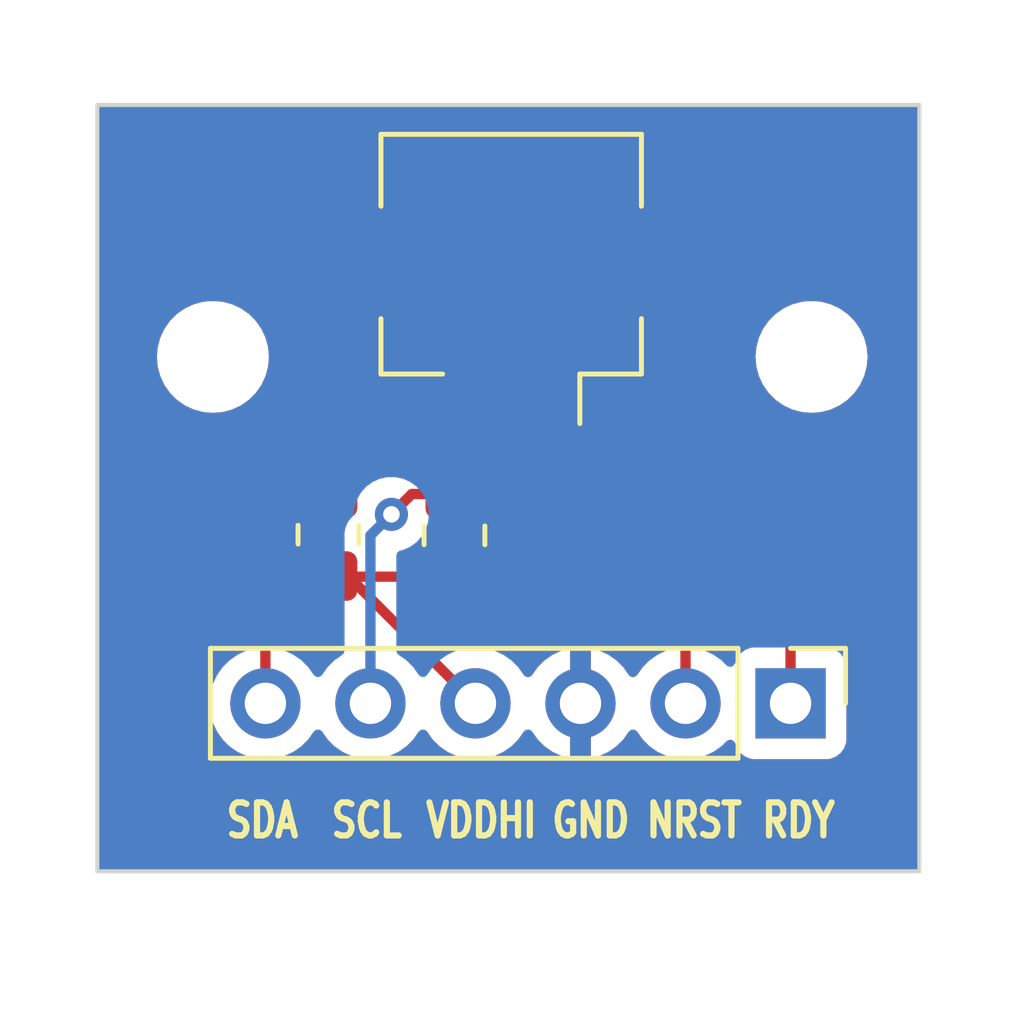
<source format=kicad_pcb>
(kicad_pcb (version 20221018) (generator pcbnew)
  (layers (0 "F.Cu" signal) (31 "B.Cu" signal) (34 "B.Paste" user) (35 "F.Paste" user) (36 "B.SilkS" user "B.Silkscreen") (37 "F.SilkS" user "F.Silkscreen") (38 "B.Mask" user) (39 "F.Mask" user) (44 "Edge.Cuts" user))
  (net 0 "")
  (net 1 "RDY")
  (net 2 "NRST")
  (net 3 "GND")
  (net 4 "VDDHI")
  (net 5 "SCL")
  (net 6 "SDA")
  (footprint "Connector_PinHeader_2.54mm:PinHeader_1x06_P2.54mm_Vertical" (layer "F.Cu") (at 138.684 71.882 -90)
    (fp_text reference "J2" hide)
    (fp_text value "Conn_01x06_Socket")
    (fp_line (start -1.33 -1.33) (end 0 -1.33) (stroke (width 0.12)) (layer "F.SilkS"))
    (fp_line (start -1.33 0) (end -1.33 -1.33) (stroke (width 0.12)) (layer "F.SilkS"))
    (fp_line (start -1.33 1.27) (end -1.33 14.03) (stroke (width 0.12)) (layer "F.SilkS"))
    (fp_line (start -1.33 1.27) (end 1.33 1.27) (stroke (width 0.12)) (layer "F.SilkS"))
    (fp_line (start -1.33 14.03) (end 1.33 14.03) (stroke (width 0.12)) (layer "F.SilkS"))
    (fp_line (start 1.33 1.27) (end 1.33 14.03) (stroke (width 0.12)) (layer "F.SilkS"))
    (pad "1" thru_hole rect (at 0 0 270) (size 1.7 1.7) (drill 1) (layers "*.Cu" "*.Mask") (net 1 "RDY"))
    (pad "2" thru_hole oval (at 0 2.54 270) (size 1.7 1.7) (drill 1) (layers "*.Cu" "*.Mask") (net 2 "NRST"))
    (pad "3" thru_hole oval (at 0 5.08 270) (size 1.7 1.7) (drill 1) (layers "*.Cu" "*.Mask") (net 3 "GND"))
    (pad "4" thru_hole oval (at 0 7.62 270) (size 1.7 1.7) (drill 1) (layers "*.Cu" "*.Mask") (net 4 "VDDHI"))
    (pad "5" thru_hole oval (at 0 10.16 270) (size 1.7 1.7) (drill 1) (layers "*.Cu" "*.Mask") (net 5 "SCL"))
    (pad "6" thru_hole oval (at 0 12.7 270) (size 1.7 1.7) (drill 1) (layers "*.Cu" "*.Mask") (net 6 "SDA"))
  )
  (footprint "MountingHole:MountingHole_2.2mm_M2" (layer "F.Cu") (at 124.714 63.5)
    (fp_text reference "H2" hide)
    (fp_text value "MountingHole")
    (pad "" np_thru_hole circle (at 0 0) (size 2.2 2.2) (drill 2.2) (layers "*.Cu" "*.Mask"))
  )
  (footprint "Connector_FFC-FPC:Hirose_FH12-6S-0.5SH_1x06-1MP_P0.50mm_Horizontal" (layer "F.Cu") (at 131.928 62.614 180)
    (fp_text reference "J1" hide)
    (fp_text value "Conn_01x06_Pin")
    (fp_line (start -3.15 -1.3) (end -3.15 0.04) (stroke (width 0.12)) (layer "F.SilkS"))
    (fp_line (start -3.15 2.76) (end -3.15 4.5) (stroke (width 0.12)) (layer "F.SilkS"))
    (fp_line (start -3.15 4.5) (end 3.15 4.5) (stroke (width 0.12)) (layer "F.SilkS"))
    (fp_line (start -1.66 -1.3) (end -3.15 -1.3) (stroke (width 0.12)) (layer "F.SilkS"))
    (fp_line (start -1.66 -1.3) (end -1.66 -2.5) (stroke (width 0.12)) (layer "F.SilkS"))
    (fp_line (start 1.66 -1.3) (end 3.15 -1.3) (stroke (width 0.12)) (layer "F.SilkS"))
    (fp_line (start 3.15 -1.3) (end 3.15 0.04) (stroke (width 0.12)) (layer "F.SilkS"))
    (fp_line (start 3.15 4.5) (end 3.15 2.76) (stroke (width 0.12)) (layer "F.SilkS"))
    (pad "1" smd rect (at -1.25 -1.85 180) (size 0.3 1.3) (layers "F.Cu" "F.Paste" "F.Mask") (net 1 "RDY"))
    (pad "2" smd rect (at -0.75 -1.85 180) (size 0.3 1.3) (layers "F.Cu" "F.Paste" "F.Mask") (net 2 "NRST"))
    (pad "3" smd rect (at -0.25 -1.85 180) (size 0.3 1.3) (layers "F.Cu" "F.Paste" "F.Mask") (net 3 "GND"))
    (pad "4" smd rect (at 0.25 -1.85 180) (size 0.3 1.3) (layers "F.Cu" "F.Paste" "F.Mask") (net 4 "VDDHI"))
    (pad "5" smd rect (at 0.75 -1.85 180) (size 0.3 1.3) (layers "F.Cu" "F.Paste" "F.Mask") (net 5 "SCL"))
    (pad "6" smd rect (at 1.25 -1.85 180) (size 0.3 1.3) (layers "F.Cu" "F.Paste" "F.Mask") (net 6 "SDA"))
    (pad "MP" smd rect (at -3.15 1.4 180) (size 1.8 2.2) (layers "F.Cu" "F.Paste" "F.Mask"))
    (pad "MP" smd rect (at 3.15 1.4 180) (size 1.8 2.2) (layers "F.Cu" "F.Paste" "F.Mask"))
  )
  (footprint "MountingHole:MountingHole_2.2mm_M2" (layer "F.Cu") (at 139.192 63.5)
    (fp_text reference "H1" hide)
    (fp_text value "MountingHole")
    (pad "" np_thru_hole circle (at 0 0) (size 2.2 2.2) (drill 2.2) (layers "*.Cu" "*.Mask"))
  )
  (footprint "Resistor_SMD:R_0805_2012Metric_Pad1.20x1.40mm_HandSolder" (layer "F.Cu") (at 127.508 67.802 90)
    (fp_text reference "R2" hide)
    (fp_text value "4k7")
    (fp_line (start -0.227064 -0.735) (end 0.227064 -0.735) (stroke (width 0.12)) (layer "F.SilkS"))
    (fp_line (start -0.227064 0.735) (end 0.227064 0.735) (stroke (width 0.12)) (layer "F.SilkS"))
    (pad "1" smd roundrect (at -1 0 90) (size 1.2 1.4) (layers "F.Cu" "F.Paste" "F.Mask") (roundrect_rratio 0.2083333333) (net 4 "VDDHI"))
    (pad "2" smd roundrect (at 1 0 90) (size 1.2 1.4) (layers "F.Cu" "F.Paste" "F.Mask") (roundrect_rratio 0.2083333333) (net 6 "SDA"))
  )
  (footprint "Resistor_SMD:R_0805_2012Metric_Pad1.20x1.40mm_HandSolder" (layer "F.Cu") (at 130.556 67.818 90)
    (fp_text reference "R1" hide)
    (fp_text value "4k7")
    (fp_line (start -0.227064 -0.735) (end 0.227064 -0.735) (stroke (width 0.12)) (layer "F.SilkS"))
    (fp_line (start -0.227064 0.735) (end 0.227064 0.735) (stroke (width 0.12)) (layer "F.SilkS"))
    (pad "1" smd roundrect (at -1 0 90) (size 1.2 1.4) (layers "F.Cu" "F.Paste" "F.Mask") (roundrect_rratio 0.2083333333) (net 4 "VDDHI"))
    (pad "2" smd roundrect (at 1 0 90) (size 1.2 1.4) (layers "F.Cu" "F.Paste" "F.Mask") (roundrect_rratio 0.2083333333) (net 5 "SCL"))
  )
  (gr_rect (start 121.92 57.404) (end 141.8 75.946) (stroke (width 0.1)) (fill none) (layer "Edge.Cuts"))
  (gr_text "GND\n" (at 132.842 75.184) (layer "F.SilkS") (effects (font (size 0.8 0.6)) (justify left bottom)))
  (gr_text "SCL\n" (at 127.508 75.184) (layer "F.SilkS") (effects (font (size 0.8 0.6)) (justify left bottom)))
  (gr_text "VDDHI" (at 129.794 75.184) (layer "F.SilkS") (effects (font (size 0.8 0.6)) (justify left bottom)))
  (gr_text "NRST\n" (at 135.128 75.184) (layer "F.SilkS") (effects (font (size 0.8 0.6)) (justify left bottom)))
  (gr_text "SDA\n" (at 124.968 75.184) (layer "F.SilkS") (effects (font (size 0.8 0.6)) (justify left bottom)))
  (gr_text "RDY" (at 137.922 75.184) (layer "F.SilkS") (effects (font (size 0.8 0.6)) (justify left bottom)))
  (segment (start 133.178 64.464) (end 133.178 65.868) (width 0.25) (layer "F.Cu") (net 1))
  (segment (start 133.604 66.294) (end 135.89 66.294) (width 0.25) (layer "F.Cu") (net 1))
  (segment (start 138.684 69.088) (end 138.684 71.882) (width 0.25) (layer "F.Cu") (net 1))
  (segment (start 135.89 66.294) (end 138.684 69.088) (width 0.25) (layer "F.Cu") (net 1))
  (segment (start 133.178 65.868) (end 133.604 66.294) (width 0.25) (layer "F.Cu") (net 1))
  (segment (start 136.144 67.564) (end 136.144 71.882) (width 0.25) (layer "F.Cu") (net 2))
  (segment (start 133.096 66.802) (end 135.382 66.802) (width 0.25) (layer "F.Cu") (net 2))
  (segment (start 132.678 66.384) (end 133.096 66.802) (width 0.25) (layer "F.Cu") (net 2))
  (segment (start 135.382 66.802) (end 136.144 67.564) (width 0.25) (layer "F.Cu") (net 2))
  (segment (start 132.678 64.464) (end 132.678 66.384) (width 0.25) (layer "F.Cu") (net 2))
  (segment (start 133.35 67.31) (end 133.604 67.564) (width 0.25) (layer "F.Cu") (net 3))
  (segment (start 132.588 67.31) (end 133.35 67.31) (width 0.25) (layer "F.Cu") (net 3))
  (segment (start 132.178 64.464) (end 132.178 66.9) (width 0.25) (layer "F.Cu") (net 3))
  (segment (start 133.604 67.564) (end 133.604 71.882) (width 0.25) (layer "F.Cu") (net 3))
  (segment (start 132.178 66.9) (end 132.588 67.31) (width 0.25) (layer "F.Cu") (net 3))
  (segment (start 128.016 68.802) (end 128.016 68.834) (width 0.25) (layer "F.Cu") (net 4))
  (segment (start 128.032 68.818) (end 128.016 68.802) (width 0.25) (layer "F.Cu") (net 4))
  (segment (start 128.016 68.834) (end 131.064 71.882) (width 0.25) (layer "F.Cu") (net 4))
  (segment (start 130.556 68.818) (end 128.032 68.818) (width 0.25) (layer "F.Cu") (net 4))
  (segment (start 131.678 64.464) (end 131.678 67.696) (width 0.25) (layer "F.Cu") (net 4))
  (segment (start 131.678 67.696) (end 130.556 68.818) (width 0.25) (layer "F.Cu") (net 4))
  (segment (start 130.556 66.818) (end 129.524 66.818) (width 0.25) (layer "F.Cu") (net 5))
  (segment (start 131.178 65.942) (end 130.302 66.818) (width 0.25) (layer "F.Cu") (net 5))
  (segment (start 131.178 64.464) (end 131.178 65.942) (width 0.25) (layer "F.Cu") (net 5))
  (segment (start 129.524 66.818) (end 129.032 67.31) (width 0.25) (layer "F.Cu") (net 5))
  (via (at 129.032 67.31) (size 0.8) (drill 0.4) (layers "F.Cu" "B.Cu") (net 5))
  (segment (start 129.032 67.31) (end 128.524 67.818) (width 0.25) (layer "B.Cu") (net 5))
  (segment (start 128.524 67.818) (end 128.524 71.882) (width 0.25) (layer "B.Cu") (net 5))
  (segment (start 130.556 65.786) (end 129.032 65.786) (width 0.25) (layer "F.Cu") (net 6))
  (segment (start 130.678 65.664) (end 130.556 65.786) (width 0.25) (layer "F.Cu") (net 6))
  (segment (start 125.984 68.616) (end 125.984 71.882) (width 0.25) (layer "F.Cu") (net 6))
  (segment (start 127.798 66.802) (end 125.984 68.616) (width 0.25) (layer "F.Cu") (net 6))
  (segment (start 128.016 66.802) (end 127.798 66.802) (width 0.25) (layer "F.Cu") (net 6))
  (segment (start 130.678 64.464) (end 130.678 65.664) (width 0.25) (layer "F.Cu") (net 6))
  (segment (start 129.032 65.786) (end 128.016 66.802) (width 0.25) (layer "F.Cu") (net 6))
  (zone (net 3) (net_name "GND") (layers "F&B.Cu") (connect_pads (clearance 0.5)) (min_thickness 0.25) (fill yes (thermal_gap 0.5) (thermal_bridge_width 0.5))
    (polygon (pts (xy 143.51 77.47) (xy 119.888 77.216) (xy 119.888 55.118) (xy 143.51 54.864)))
  )
)
</source>
